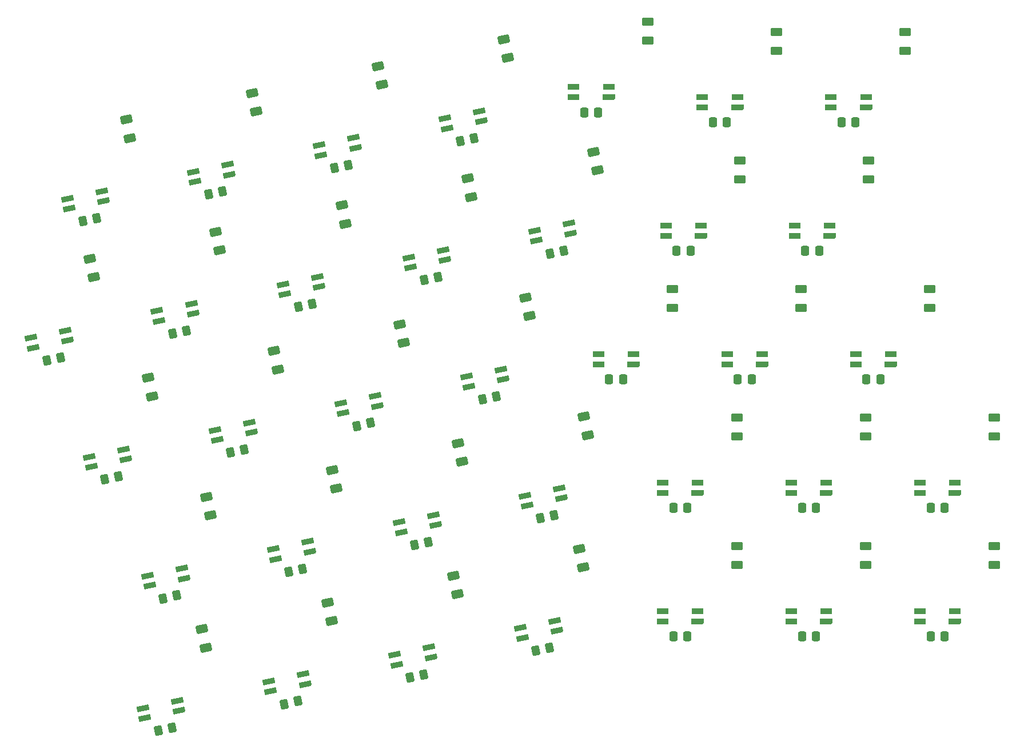
<source format=gbr>
%TF.GenerationSoftware,KiCad,Pcbnew,9.0.3*%
%TF.CreationDate,2025-11-25T10:19:29-05:00*%
%TF.ProjectId,Wren,5772656e-2e6b-4696-9361-645f70636258,rev?*%
%TF.SameCoordinates,Original*%
%TF.FileFunction,Paste,Bot*%
%TF.FilePolarity,Positive*%
%FSLAX46Y46*%
G04 Gerber Fmt 4.6, Leading zero omitted, Abs format (unit mm)*
G04 Created by KiCad (PCBNEW 9.0.3) date 2025-11-25 10:19:29*
%MOMM*%
%LPD*%
G01*
G04 APERTURE LIST*
G04 Aperture macros list*
%AMRoundRect*
0 Rectangle with rounded corners*
0 $1 Rounding radius*
0 $2 $3 $4 $5 $6 $7 $8 $9 X,Y pos of 4 corners*
0 Add a 4 corners polygon primitive as box body*
4,1,4,$2,$3,$4,$5,$6,$7,$8,$9,$2,$3,0*
0 Add four circle primitives for the rounded corners*
1,1,$1+$1,$2,$3*
1,1,$1+$1,$4,$5*
1,1,$1+$1,$6,$7*
1,1,$1+$1,$8,$9*
0 Add four rect primitives between the rounded corners*
20,1,$1+$1,$2,$3,$4,$5,0*
20,1,$1+$1,$4,$5,$6,$7,0*
20,1,$1+$1,$6,$7,$8,$9,0*
20,1,$1+$1,$8,$9,$2,$3,0*%
%AMRotRect*
0 Rectangle, with rotation*
0 The origin of the aperture is its center*
0 $1 length*
0 $2 width*
0 $3 Rotation angle, in degrees counterclockwise*
0 Add horizontal line*
21,1,$1,$2,0,0,$3*%
%AMOutline5P*
0 Free polygon, 5 corners , with rotation*
0 The origin of the aperture is its center*
0 number of corners: always 5*
0 $1 to $10 corner X, Y*
0 $11 Rotation angle, in degrees counterclockwise*
0 create outline with 5 corners*
4,1,5,$1,$2,$3,$4,$5,$6,$7,$8,$9,$10,$1,$2,$11*%
%AMOutline6P*
0 Free polygon, 6 corners , with rotation*
0 The origin of the aperture is its center*
0 number of corners: always 6*
0 $1 to $12 corner X, Y*
0 $13 Rotation angle, in degrees counterclockwise*
0 create outline with 6 corners*
4,1,6,$1,$2,$3,$4,$5,$6,$7,$8,$9,$10,$11,$12,$1,$2,$13*%
%AMOutline7P*
0 Free polygon, 7 corners , with rotation*
0 The origin of the aperture is its center*
0 number of corners: always 7*
0 $1 to $14 corner X, Y*
0 $15 Rotation angle, in degrees counterclockwise*
0 create outline with 7 corners*
4,1,7,$1,$2,$3,$4,$5,$6,$7,$8,$9,$10,$11,$12,$13,$14,$1,$2,$15*%
%AMOutline8P*
0 Free polygon, 8 corners , with rotation*
0 The origin of the aperture is its center*
0 number of corners: always 8*
0 $1 to $16 corner X, Y*
0 $17 Rotation angle, in degrees counterclockwise*
0 create outline with 8 corners*
4,1,8,$1,$2,$3,$4,$5,$6,$7,$8,$9,$10,$11,$12,$13,$14,$15,$16,$1,$2,$17*%
G04 Aperture macros list end*
%ADD10RoundRect,0.250000X0.231367X0.534790X-0.428883X0.394450X-0.231367X-0.534790X0.428883X-0.394450X0*%
%ADD11RoundRect,0.250000X0.625000X-0.375000X0.625000X0.375000X-0.625000X0.375000X-0.625000X-0.375000X0*%
%ADD12R,1.800000X0.820000*%
%ADD13Outline5P,-0.900000X0.410000X0.900000X0.410000X0.900000X-0.246000X0.736000X-0.410000X-0.900000X-0.410000X0.000000*%
%ADD14RoundRect,0.250000X0.337500X0.475000X-0.337500X0.475000X-0.337500X-0.475000X0.337500X-0.475000X0*%
%ADD15RotRect,1.800000X0.820000X12.000000*%
%ADD16Outline5P,-0.900000X0.410000X0.900000X0.410000X0.900000X-0.246000X0.736000X-0.410000X-0.900000X-0.410000X12.000000*%
%ADD17RoundRect,0.250000X0.689309X-0.236861X0.533375X0.496750X-0.689309X0.236861X-0.533375X-0.496750X0*%
G04 APERTURE END LIST*
D10*
%TO.C,C60*%
X355992177Y-205830405D03*
X353962521Y-206261821D03*
%TD*%
D11*
%TO.C,D90*%
X392542929Y-175107123D03*
X392542929Y-172307123D03*
%TD*%
D12*
%TO.C,D112*%
X396945048Y-145359629D03*
D13*
X402145048Y-145359629D03*
D12*
X402145048Y-143859629D03*
X396945048Y-143859629D03*
%TD*%
D14*
%TO.C,C41*%
X381532548Y-147607129D03*
X379457548Y-147607129D03*
%TD*%
D11*
%TO.C,D97*%
X402067929Y-194157123D03*
X402067929Y-191357123D03*
%TD*%
D12*
%TO.C,D139*%
X391099929Y-221559623D03*
D13*
X396299929Y-221559623D03*
D12*
X396299929Y-220059623D03*
X391099929Y-220059623D03*
%TD*%
D11*
%TO.C,D98*%
X421117929Y-194157123D03*
X421117929Y-191357123D03*
%TD*%
D10*
%TO.C,C65*%
X318027072Y-233375753D03*
X315997416Y-233807169D03*
%TD*%
D15*
%TO.C,D127*%
X296065749Y-216270450D03*
D16*
X301152118Y-215189309D03*
D15*
X300840249Y-213722088D03*
X295753880Y-214803229D03*
%TD*%
D11*
%TO.C,D77*%
X407913048Y-137007129D03*
X407913048Y-134207129D03*
%TD*%
D10*
%TO.C,C66*%
X336660784Y-229415035D03*
X334631128Y-229846451D03*
%TD*%
D12*
%TO.C,D140*%
X410149929Y-221559623D03*
D13*
X415349929Y-221559623D03*
D12*
X415349929Y-220059623D03*
X410149929Y-220059623D03*
%TD*%
D15*
%TO.C,D109*%
X340084930Y-148487161D03*
D16*
X345171299Y-147406020D03*
D15*
X344859430Y-145938799D03*
X339773061Y-147019940D03*
%TD*%
D17*
%TO.C,D82*%
X362354052Y-154690202D03*
X361771900Y-151951388D03*
%TD*%
D14*
%TO.C,C55*%
X385212429Y-185707123D03*
X383137429Y-185707123D03*
%TD*%
%TO.C,C48*%
X376172429Y-166657123D03*
X374097429Y-166657123D03*
%TD*%
D12*
%TO.C,D124*%
X362524929Y-183459623D03*
D13*
X367724929Y-183459623D03*
D12*
X367724929Y-181959623D03*
X362524929Y-181959623D03*
%TD*%
D14*
%TO.C,C40*%
X362482548Y-146106729D03*
X360407548Y-146106729D03*
%TD*%
D10*
%TO.C,C52*%
X328739348Y-192147611D03*
X326709692Y-192579027D03*
%TD*%
%TO.C,C37*%
X306842800Y-157850705D03*
X304813144Y-158282121D03*
%TD*%
D17*
%TO.C,D87*%
X333705794Y-180255149D03*
X333123642Y-177516335D03*
%TD*%
D12*
%TO.C,D133*%
X410149929Y-202509623D03*
D13*
X415349929Y-202509623D03*
D12*
X415349929Y-201009623D03*
X410149929Y-201009623D03*
%TD*%
D10*
%TO.C,C44*%
X301486518Y-178464817D03*
X299456862Y-178896233D03*
%TD*%
D17*
%TO.C,D95*%
X360958624Y-193937944D03*
X360376472Y-191199130D03*
%TD*%
%TO.C,D101*%
X341627231Y-217522574D03*
X341045079Y-214783760D03*
%TD*%
D14*
%TO.C,C61*%
X375687429Y-204757123D03*
X373612429Y-204757123D03*
%TD*%
%TO.C,C68*%
X375687429Y-223807123D03*
X373612429Y-223807123D03*
%TD*%
D15*
%TO.C,D116*%
X334728648Y-169101273D03*
D16*
X339815017Y-168020132D03*
D15*
X339503148Y-166552911D03*
X334416779Y-167634052D03*
%TD*%
D17*
%TO.C,D93*%
X323691201Y-201859379D03*
X323109049Y-199120565D03*
%TD*%
D14*
%TO.C,C49*%
X395222429Y-166657123D03*
X393147429Y-166657123D03*
%TD*%
D12*
%TO.C,D131*%
X372049929Y-202509623D03*
D13*
X377249929Y-202509623D03*
D12*
X377249929Y-201009623D03*
X372049929Y-201009623D03*
%TD*%
D10*
%TO.C,C50*%
X291471924Y-200069046D03*
X289442268Y-200500462D03*
%TD*%
D14*
%TO.C,C62*%
X394737429Y-204757123D03*
X392662429Y-204757123D03*
%TD*%
D17*
%TO.C,D71*%
X293175535Y-149918962D03*
X292593383Y-147180148D03*
%TD*%
%TO.C,D81*%
X343720388Y-158650920D03*
X343138236Y-155912106D03*
%TD*%
D12*
%TO.C,D138*%
X372049929Y-221559623D03*
D13*
X377249929Y-221559623D03*
D12*
X377249929Y-220059623D03*
X372049929Y-220059623D03*
%TD*%
D17*
%TO.C,D80*%
X325086676Y-162611638D03*
X324504524Y-159872824D03*
%TD*%
%TO.C,D72*%
X311809247Y-145958244D03*
X311227095Y-143219430D03*
%TD*%
D12*
%TO.C,D118*%
X372534929Y-164409623D03*
D13*
X377734929Y-164409623D03*
D12*
X377734929Y-162909623D03*
X372534929Y-162909623D03*
%TD*%
D10*
%TO.C,C58*%
X318724754Y-213751840D03*
X316695098Y-214183256D03*
%TD*%
D17*
%TO.C,D94*%
X342324912Y-197898662D03*
X341742760Y-195159848D03*
%TD*%
D11*
%TO.C,D76*%
X388863048Y-137007129D03*
X388863048Y-134207129D03*
%TD*%
D17*
%TO.C,D92*%
X305057489Y-205820097D03*
X304475337Y-203081283D03*
%TD*%
D15*
%TO.C,D114*%
X297461224Y-177022708D03*
D16*
X302547593Y-175941567D03*
D15*
X302235724Y-174474346D03*
X297149355Y-175555487D03*
%TD*%
D11*
%TO.C,D89*%
X373492929Y-175107123D03*
X373492929Y-172307123D03*
%TD*%
D15*
%TO.C,D137*%
X351269202Y-224012209D03*
D16*
X356355571Y-222931068D03*
D15*
X356043702Y-221463847D03*
X350957333Y-222544988D03*
%TD*%
%TO.C,D120*%
X287446631Y-198626938D03*
D16*
X292533000Y-197545797D03*
D15*
X292221131Y-196078576D03*
X287134762Y-197159717D03*
%TD*%
D10*
%TO.C,C67*%
X355294495Y-225454317D03*
X353264839Y-225885733D03*
%TD*%
D14*
%TO.C,C63*%
X413787429Y-204757123D03*
X411712429Y-204757123D03*
%TD*%
D11*
%TO.C,D105*%
X421117929Y-213207123D03*
X421117929Y-210407123D03*
%TD*%
D15*
%TO.C,D130*%
X351966884Y-204388297D03*
D16*
X357053253Y-203307156D03*
D15*
X356741384Y-201839935D03*
X351655015Y-202921076D03*
%TD*%
%TO.C,D107*%
X302817507Y-156408597D03*
D16*
X307903876Y-155327456D03*
D15*
X307592007Y-153860235D03*
X302505638Y-154941376D03*
%TD*%
%TO.C,D123*%
X343347766Y-186744785D03*
D16*
X348434135Y-185663644D03*
D15*
X348122266Y-184196423D03*
X343035897Y-185277564D03*
%TD*%
%TO.C,D128*%
X314699460Y-212309732D03*
D16*
X319785829Y-211228591D03*
D15*
X319473960Y-209761370D03*
X314387591Y-210842511D03*
%TD*%
D11*
%TO.C,D75*%
X369813048Y-135506729D03*
X369813048Y-132706729D03*
%TD*%
D15*
%TO.C,D113*%
X278827513Y-180983426D03*
D16*
X283913882Y-179902285D03*
D15*
X283602013Y-178435064D03*
X278515644Y-179516205D03*
%TD*%
%TO.C,D108*%
X321451218Y-152447879D03*
D16*
X326537587Y-151366738D03*
D15*
X326225718Y-149899517D03*
X321139349Y-150980658D03*
%TD*%
D11*
%TO.C,D103*%
X383017929Y-213207123D03*
X383017929Y-210407123D03*
%TD*%
%TO.C,D91*%
X411592929Y-175107123D03*
X411592929Y-172307123D03*
%TD*%
D10*
%TO.C,C46*%
X338753941Y-170543381D03*
X336724285Y-170974797D03*
%TD*%
D15*
%TO.C,D117*%
X353362312Y-165140555D03*
D16*
X358448681Y-164059414D03*
D15*
X358136812Y-162592193D03*
X353050443Y-163673334D03*
%TD*%
D12*
%TO.C,D132*%
X391099929Y-202509623D03*
D13*
X396299929Y-202509623D03*
D12*
X396299929Y-201009623D03*
X391099929Y-201009623D03*
%TD*%
D17*
%TO.C,D102*%
X360260942Y-213561856D03*
X359678790Y-210823042D03*
%TD*%
D14*
%TO.C,C69*%
X394737429Y-223807123D03*
X392662429Y-223807123D03*
%TD*%
D15*
%TO.C,D122*%
X324714054Y-190705502D03*
D16*
X329800423Y-189624361D03*
D15*
X329488554Y-188157140D03*
X324402185Y-189238281D03*
%TD*%
D17*
%TO.C,D99*%
X304359807Y-225444009D03*
X303777655Y-222705195D03*
%TD*%
D15*
%TO.C,D136*%
X332635490Y-227972927D03*
D16*
X337721859Y-226891786D03*
D15*
X337409990Y-225424565D03*
X332323621Y-226505706D03*
%TD*%
D14*
%TO.C,C56*%
X404262429Y-185707123D03*
X402187429Y-185707123D03*
%TD*%
D10*
%TO.C,C39*%
X344110223Y-149929270D03*
X342080567Y-150360686D03*
%TD*%
D15*
%TO.C,D129*%
X333333172Y-208349014D03*
D16*
X338419541Y-207267873D03*
D15*
X338107672Y-205800652D03*
X333021303Y-206881793D03*
%TD*%
D14*
%TO.C,C54*%
X366162429Y-185707123D03*
X364087429Y-185707123D03*
%TD*%
D17*
%TO.C,D88*%
X352339506Y-176294432D03*
X351757354Y-173555618D03*
%TD*%
D10*
%TO.C,C64*%
X299393360Y-237336470D03*
X297363704Y-237767886D03*
%TD*%
%TO.C,C43*%
X282852806Y-182425535D03*
X280823150Y-182856951D03*
%TD*%
%TO.C,C47*%
X357387605Y-166582663D03*
X355357949Y-167014079D03*
%TD*%
D15*
%TO.C,D121*%
X306080342Y-194666220D03*
D16*
X311166711Y-193585079D03*
D15*
X310854842Y-192117858D03*
X305768473Y-193198999D03*
%TD*%
D10*
%TO.C,C38*%
X325476512Y-153889987D03*
X323446856Y-154321403D03*
%TD*%
D15*
%TO.C,D135*%
X314001779Y-231933644D03*
D16*
X319088148Y-230852503D03*
D15*
X318776279Y-229385282D03*
X313689910Y-230466423D03*
%TD*%
D10*
%TO.C,C51*%
X310105636Y-196108328D03*
X308075980Y-196539744D03*
%TD*%
D11*
%TO.C,D104*%
X402067929Y-213207123D03*
X402067929Y-210407123D03*
%TD*%
D15*
%TO.C,D106*%
X284183795Y-160369314D03*
D16*
X289270164Y-159288173D03*
D15*
X288958295Y-157820952D03*
X283871926Y-158902093D03*
%TD*%
D17*
%TO.C,D74*%
X349076670Y-138036809D03*
X348494518Y-135297995D03*
%TD*%
D15*
%TO.C,D115*%
X316094936Y-173061991D03*
D16*
X321181305Y-171980850D03*
D15*
X320869436Y-170513629D03*
X315783067Y-171594770D03*
%TD*%
D17*
%TO.C,D85*%
X296438371Y-188176585D03*
X295856219Y-185437771D03*
%TD*%
D12*
%TO.C,D125*%
X381574929Y-183459623D03*
D13*
X386774929Y-183459623D03*
D12*
X386774929Y-181959623D03*
X381574929Y-181959623D03*
%TD*%
D17*
%TO.C,D86*%
X315072083Y-184215867D03*
X314489931Y-181477053D03*
%TD*%
%TO.C,D78*%
X287819253Y-170533073D03*
X287237101Y-167794259D03*
%TD*%
D11*
%TO.C,D83*%
X383502929Y-156057123D03*
X383502929Y-153257123D03*
%TD*%
D15*
%TO.C,D134*%
X295368067Y-235894362D03*
D16*
X300454436Y-234813221D03*
D15*
X300142567Y-233346000D03*
X295056198Y-234427141D03*
%TD*%
D12*
%TO.C,D119*%
X391584929Y-164409623D03*
D13*
X396784929Y-164409623D03*
D12*
X396784929Y-162909623D03*
X391584929Y-162909623D03*
%TD*%
D14*
%TO.C,C70*%
X413787429Y-223807123D03*
X411712429Y-223807123D03*
%TD*%
D10*
%TO.C,C45*%
X320120230Y-174504099D03*
X318090574Y-174935515D03*
%TD*%
D12*
%TO.C,D126*%
X400624929Y-183459623D03*
D13*
X405824929Y-183459623D03*
D12*
X405824929Y-181959623D03*
X400624929Y-181959623D03*
%TD*%
D11*
%TO.C,D84*%
X402552929Y-156057123D03*
X402552929Y-153257123D03*
%TD*%
D10*
%TO.C,C36*%
X288209088Y-161811423D03*
X286179432Y-162242839D03*
%TD*%
D14*
%TO.C,C42*%
X400582548Y-147607129D03*
X398507548Y-147607129D03*
%TD*%
D17*
%TO.C,D100*%
X322993519Y-221483292D03*
X322411367Y-218744478D03*
%TD*%
D12*
%TO.C,D111*%
X377895048Y-145359629D03*
D13*
X383095048Y-145359629D03*
D12*
X383095048Y-143859629D03*
X377895048Y-143859629D03*
%TD*%
D17*
%TO.C,D79*%
X306452965Y-166572356D03*
X305870813Y-163833542D03*
%TD*%
D10*
%TO.C,C53*%
X347373059Y-188186893D03*
X345343403Y-188618309D03*
%TD*%
D11*
%TO.C,D96*%
X383017929Y-194157123D03*
X383017929Y-191357123D03*
%TD*%
D12*
%TO.C,D110*%
X358845048Y-143859229D03*
D13*
X364045048Y-143859229D03*
D12*
X364045048Y-142359229D03*
X358845048Y-142359229D03*
%TD*%
D10*
%TO.C,C59*%
X337358466Y-209791123D03*
X335328810Y-210222539D03*
%TD*%
%TO.C,C57*%
X300091042Y-217712558D03*
X298061386Y-218143974D03*
%TD*%
D17*
%TO.C,D73*%
X330442959Y-141997526D03*
X329860807Y-139258712D03*
%TD*%
M02*

</source>
